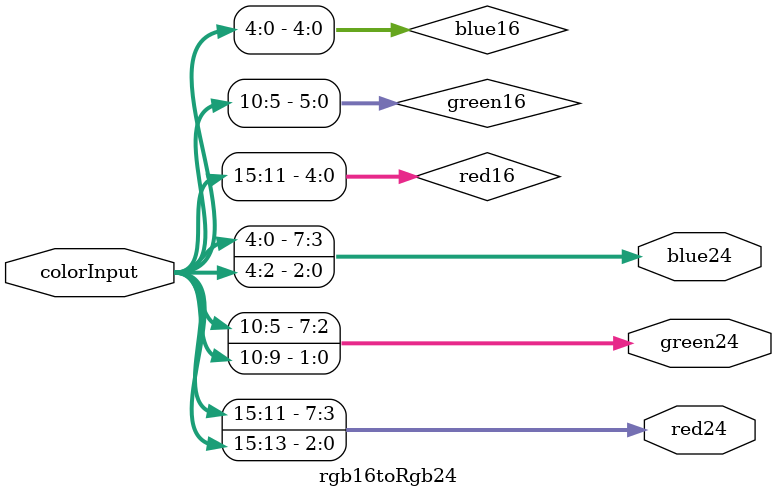
<source format=v>
module rgb16toRgb24(
	input  [15:0] colorInput,
	output reg [7:0] red24,
	output reg [7:0] green24,
	output reg [7:0] blue24
);

wire [4:0] red16   = colorInput[15:11];
wire [5:0] green16 = colorInput[10:5];
wire [4:0] blue16  = colorInput[4:0];

always @(*) begin
	// Replicar os MSBs nos LSBs melhora a fidelidade ao expandir de 5/6 para 8 bits.
	red24   = {red16, red16[4:2]};     // 5 → 8 bits
	green24 = {green16, green16[5:4]}; // 6 → 8 bits
	blue24  = {blue16, blue16[4:2]};   // 5 → 8 bits
end

endmodule

</source>
